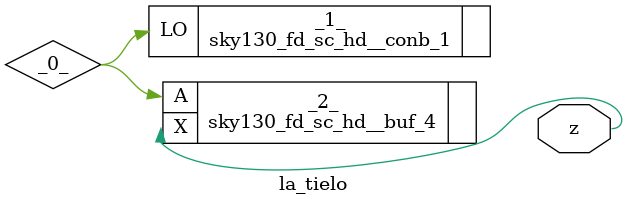
<source format=v>
/* Generated by Yosys 0.37 (git sha1 a5c7f69ed, clang 14.0.0-1ubuntu1.1 -fPIC -Os) */

module la_tielo(z);
  wire _0_;
  output z;
  wire z;
  sky130_fd_sc_hd__conb_1 _1_ (
    .LO(_0_)
  );
  sky130_fd_sc_hd__buf_4 _2_ (
    .A(_0_),
    .X(z)
  );
endmodule

</source>
